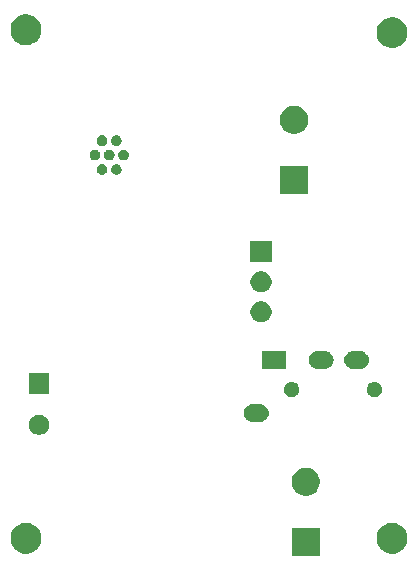
<source format=gbr>
G04 #@! TF.GenerationSoftware,KiCad,Pcbnew,(5.1.6)-1*
G04 #@! TF.CreationDate,2020-12-04T23:27:41-06:00*
G04 #@! TF.ProjectId,AmpOnly,416d704f-6e6c-4792-9e6b-696361645f70,rev?*
G04 #@! TF.SameCoordinates,Original*
G04 #@! TF.FileFunction,Soldermask,Top*
G04 #@! TF.FilePolarity,Negative*
%FSLAX46Y46*%
G04 Gerber Fmt 4.6, Leading zero omitted, Abs format (unit mm)*
G04 Created by KiCad (PCBNEW (5.1.6)-1) date 2020-12-04 23:27:41*
%MOMM*%
%LPD*%
G01*
G04 APERTURE LIST*
%ADD10C,0.100000*%
G04 APERTURE END LIST*
D10*
G36*
X144994000Y-130844000D02*
G01*
X142606000Y-130844000D01*
X142606000Y-128456000D01*
X144994000Y-128456000D01*
X144994000Y-130844000D01*
G37*
G36*
X151479487Y-128098996D02*
G01*
X151716253Y-128197068D01*
X151716255Y-128197069D01*
X151929339Y-128339447D01*
X152110553Y-128520661D01*
X152252932Y-128733747D01*
X152351004Y-128970513D01*
X152401000Y-129221861D01*
X152401000Y-129478139D01*
X152351004Y-129729487D01*
X152252932Y-129966253D01*
X152252931Y-129966255D01*
X152110553Y-130179339D01*
X151929339Y-130360553D01*
X151716255Y-130502931D01*
X151716254Y-130502932D01*
X151716253Y-130502932D01*
X151479487Y-130601004D01*
X151228139Y-130651000D01*
X150971861Y-130651000D01*
X150720513Y-130601004D01*
X150483747Y-130502932D01*
X150483746Y-130502932D01*
X150483745Y-130502931D01*
X150270661Y-130360553D01*
X150089447Y-130179339D01*
X149947069Y-129966255D01*
X149947068Y-129966253D01*
X149848996Y-129729487D01*
X149799000Y-129478139D01*
X149799000Y-129221861D01*
X149848996Y-128970513D01*
X149947068Y-128733747D01*
X150089447Y-128520661D01*
X150270661Y-128339447D01*
X150483745Y-128197069D01*
X150483747Y-128197068D01*
X150720513Y-128098996D01*
X150971861Y-128049000D01*
X151228139Y-128049000D01*
X151479487Y-128098996D01*
G37*
G36*
X120479487Y-128098996D02*
G01*
X120716253Y-128197068D01*
X120716255Y-128197069D01*
X120929339Y-128339447D01*
X121110553Y-128520661D01*
X121252932Y-128733747D01*
X121351004Y-128970513D01*
X121401000Y-129221861D01*
X121401000Y-129478139D01*
X121351004Y-129729487D01*
X121252932Y-129966253D01*
X121252931Y-129966255D01*
X121110553Y-130179339D01*
X120929339Y-130360553D01*
X120716255Y-130502931D01*
X120716254Y-130502932D01*
X120716253Y-130502932D01*
X120479487Y-130601004D01*
X120228139Y-130651000D01*
X119971861Y-130651000D01*
X119720513Y-130601004D01*
X119483747Y-130502932D01*
X119483746Y-130502932D01*
X119483745Y-130502931D01*
X119270661Y-130360553D01*
X119089447Y-130179339D01*
X118947069Y-129966255D01*
X118947068Y-129966253D01*
X118848996Y-129729487D01*
X118799000Y-129478139D01*
X118799000Y-129221861D01*
X118848996Y-128970513D01*
X118947068Y-128733747D01*
X119089447Y-128520661D01*
X119270661Y-128339447D01*
X119483745Y-128197069D01*
X119483747Y-128197068D01*
X119720513Y-128098996D01*
X119971861Y-128049000D01*
X120228139Y-128049000D01*
X120479487Y-128098996D01*
G37*
G36*
X144148276Y-123421884D02*
G01*
X144365569Y-123511890D01*
X144365571Y-123511891D01*
X144561130Y-123642560D01*
X144727440Y-123808870D01*
X144858110Y-124004431D01*
X144948116Y-124221724D01*
X144994000Y-124452400D01*
X144994000Y-124687600D01*
X144948116Y-124918276D01*
X144858110Y-125135569D01*
X144858109Y-125135571D01*
X144727440Y-125331130D01*
X144561130Y-125497440D01*
X144365571Y-125628109D01*
X144365570Y-125628110D01*
X144365569Y-125628110D01*
X144148276Y-125718116D01*
X143917600Y-125764000D01*
X143682400Y-125764000D01*
X143451724Y-125718116D01*
X143234431Y-125628110D01*
X143234430Y-125628110D01*
X143234429Y-125628109D01*
X143038870Y-125497440D01*
X142872560Y-125331130D01*
X142741891Y-125135571D01*
X142741890Y-125135569D01*
X142651884Y-124918276D01*
X142606000Y-124687600D01*
X142606000Y-124452400D01*
X142651884Y-124221724D01*
X142741890Y-124004431D01*
X142872560Y-123808870D01*
X143038870Y-123642560D01*
X143234429Y-123511891D01*
X143234431Y-123511890D01*
X143451724Y-123421884D01*
X143682400Y-123376000D01*
X143917600Y-123376000D01*
X144148276Y-123421884D01*
G37*
G36*
X121448228Y-118931703D02*
G01*
X121603100Y-118995853D01*
X121742481Y-119088985D01*
X121861015Y-119207519D01*
X121954147Y-119346900D01*
X122018297Y-119501772D01*
X122051000Y-119666184D01*
X122051000Y-119833816D01*
X122018297Y-119998228D01*
X121954147Y-120153100D01*
X121861015Y-120292481D01*
X121742481Y-120411015D01*
X121603100Y-120504147D01*
X121448228Y-120568297D01*
X121283816Y-120601000D01*
X121116184Y-120601000D01*
X120951772Y-120568297D01*
X120796900Y-120504147D01*
X120657519Y-120411015D01*
X120538985Y-120292481D01*
X120445853Y-120153100D01*
X120381703Y-119998228D01*
X120349000Y-119833816D01*
X120349000Y-119666184D01*
X120381703Y-119501772D01*
X120445853Y-119346900D01*
X120538985Y-119207519D01*
X120657519Y-119088985D01*
X120796900Y-118995853D01*
X120951772Y-118931703D01*
X121116184Y-118899000D01*
X121283816Y-118899000D01*
X121448228Y-118931703D01*
G37*
G36*
X139973665Y-118002622D02*
G01*
X140047222Y-118009867D01*
X140188786Y-118052810D01*
X140319252Y-118122546D01*
X140349040Y-118146992D01*
X140433607Y-118216393D01*
X140503008Y-118300960D01*
X140527454Y-118330748D01*
X140597190Y-118461214D01*
X140640133Y-118602778D01*
X140654633Y-118750000D01*
X140640133Y-118897222D01*
X140597190Y-119038786D01*
X140527454Y-119169252D01*
X140503008Y-119199040D01*
X140433607Y-119283607D01*
X140349040Y-119353008D01*
X140319252Y-119377454D01*
X140188786Y-119447190D01*
X140047222Y-119490133D01*
X139973665Y-119497378D01*
X139936888Y-119501000D01*
X139263112Y-119501000D01*
X139226335Y-119497378D01*
X139152778Y-119490133D01*
X139011214Y-119447190D01*
X138880748Y-119377454D01*
X138850960Y-119353008D01*
X138766393Y-119283607D01*
X138696992Y-119199040D01*
X138672546Y-119169252D01*
X138602810Y-119038786D01*
X138559867Y-118897222D01*
X138545367Y-118750000D01*
X138559867Y-118602778D01*
X138602810Y-118461214D01*
X138672546Y-118330748D01*
X138696992Y-118300960D01*
X138766393Y-118216393D01*
X138850960Y-118146992D01*
X138880748Y-118122546D01*
X139011214Y-118052810D01*
X139152778Y-118009867D01*
X139226335Y-118002622D01*
X139263112Y-117999000D01*
X139936888Y-117999000D01*
X139973665Y-118002622D01*
G37*
G36*
X149789890Y-116124017D02*
G01*
X149908364Y-116173091D01*
X150014988Y-116244335D01*
X150105665Y-116335012D01*
X150176909Y-116441636D01*
X150225983Y-116560110D01*
X150251000Y-116685882D01*
X150251000Y-116814118D01*
X150225983Y-116939890D01*
X150176909Y-117058364D01*
X150105665Y-117164988D01*
X150014988Y-117255665D01*
X149908364Y-117326909D01*
X149908363Y-117326910D01*
X149908362Y-117326910D01*
X149789890Y-117375983D01*
X149664119Y-117401000D01*
X149535881Y-117401000D01*
X149410110Y-117375983D01*
X149291638Y-117326910D01*
X149291637Y-117326910D01*
X149291636Y-117326909D01*
X149185012Y-117255665D01*
X149094335Y-117164988D01*
X149023091Y-117058364D01*
X148974017Y-116939890D01*
X148949000Y-116814118D01*
X148949000Y-116685882D01*
X148974017Y-116560110D01*
X149023091Y-116441636D01*
X149094335Y-116335012D01*
X149185012Y-116244335D01*
X149291636Y-116173091D01*
X149410110Y-116124017D01*
X149535881Y-116099000D01*
X149664119Y-116099000D01*
X149789890Y-116124017D01*
G37*
G36*
X142789890Y-116124017D02*
G01*
X142908364Y-116173091D01*
X143014988Y-116244335D01*
X143105665Y-116335012D01*
X143176909Y-116441636D01*
X143225983Y-116560110D01*
X143251000Y-116685882D01*
X143251000Y-116814118D01*
X143225983Y-116939890D01*
X143176909Y-117058364D01*
X143105665Y-117164988D01*
X143014988Y-117255665D01*
X142908364Y-117326909D01*
X142908363Y-117326910D01*
X142908362Y-117326910D01*
X142789890Y-117375983D01*
X142664119Y-117401000D01*
X142535881Y-117401000D01*
X142410110Y-117375983D01*
X142291638Y-117326910D01*
X142291637Y-117326910D01*
X142291636Y-117326909D01*
X142185012Y-117255665D01*
X142094335Y-117164988D01*
X142023091Y-117058364D01*
X141974017Y-116939890D01*
X141949000Y-116814118D01*
X141949000Y-116685882D01*
X141974017Y-116560110D01*
X142023091Y-116441636D01*
X142094335Y-116335012D01*
X142185012Y-116244335D01*
X142291636Y-116173091D01*
X142410110Y-116124017D01*
X142535881Y-116099000D01*
X142664119Y-116099000D01*
X142789890Y-116124017D01*
G37*
G36*
X122051000Y-117101000D02*
G01*
X120349000Y-117101000D01*
X120349000Y-115399000D01*
X122051000Y-115399000D01*
X122051000Y-117101000D01*
G37*
G36*
X148473665Y-113502622D02*
G01*
X148547222Y-113509867D01*
X148688786Y-113552810D01*
X148819252Y-113622546D01*
X148849040Y-113646992D01*
X148933607Y-113716393D01*
X149003008Y-113800960D01*
X149027454Y-113830748D01*
X149097190Y-113961214D01*
X149140133Y-114102778D01*
X149154633Y-114250000D01*
X149140133Y-114397222D01*
X149097190Y-114538786D01*
X149027454Y-114669252D01*
X149003008Y-114699040D01*
X148933607Y-114783607D01*
X148849040Y-114853008D01*
X148819252Y-114877454D01*
X148688786Y-114947190D01*
X148547222Y-114990133D01*
X148473665Y-114997378D01*
X148436888Y-115001000D01*
X147763112Y-115001000D01*
X147726335Y-114997378D01*
X147652778Y-114990133D01*
X147511214Y-114947190D01*
X147380748Y-114877454D01*
X147350960Y-114853008D01*
X147266393Y-114783607D01*
X147196992Y-114699040D01*
X147172546Y-114669252D01*
X147102810Y-114538786D01*
X147059867Y-114397222D01*
X147045367Y-114250000D01*
X147059867Y-114102778D01*
X147102810Y-113961214D01*
X147172546Y-113830748D01*
X147196992Y-113800960D01*
X147266393Y-113716393D01*
X147350960Y-113646992D01*
X147380748Y-113622546D01*
X147511214Y-113552810D01*
X147652778Y-113509867D01*
X147726335Y-113502622D01*
X147763112Y-113499000D01*
X148436888Y-113499000D01*
X148473665Y-113502622D01*
G37*
G36*
X145473665Y-113502622D02*
G01*
X145547222Y-113509867D01*
X145688786Y-113552810D01*
X145819252Y-113622546D01*
X145849040Y-113646992D01*
X145933607Y-113716393D01*
X146003008Y-113800960D01*
X146027454Y-113830748D01*
X146097190Y-113961214D01*
X146140133Y-114102778D01*
X146154633Y-114250000D01*
X146140133Y-114397222D01*
X146097190Y-114538786D01*
X146027454Y-114669252D01*
X146003008Y-114699040D01*
X145933607Y-114783607D01*
X145849040Y-114853008D01*
X145819252Y-114877454D01*
X145688786Y-114947190D01*
X145547222Y-114990133D01*
X145473665Y-114997378D01*
X145436888Y-115001000D01*
X144763112Y-115001000D01*
X144726335Y-114997378D01*
X144652778Y-114990133D01*
X144511214Y-114947190D01*
X144380748Y-114877454D01*
X144350960Y-114853008D01*
X144266393Y-114783607D01*
X144196992Y-114699040D01*
X144172546Y-114669252D01*
X144102810Y-114538786D01*
X144059867Y-114397222D01*
X144045367Y-114250000D01*
X144059867Y-114102778D01*
X144102810Y-113961214D01*
X144172546Y-113830748D01*
X144196992Y-113800960D01*
X144266393Y-113716393D01*
X144350960Y-113646992D01*
X144380748Y-113622546D01*
X144511214Y-113552810D01*
X144652778Y-113509867D01*
X144726335Y-113502622D01*
X144763112Y-113499000D01*
X145436888Y-113499000D01*
X145473665Y-113502622D01*
G37*
G36*
X142151000Y-115001000D02*
G01*
X140049000Y-115001000D01*
X140049000Y-113499000D01*
X142151000Y-113499000D01*
X142151000Y-115001000D01*
G37*
G36*
X140113512Y-109283927D02*
G01*
X140262812Y-109313624D01*
X140426784Y-109381544D01*
X140574354Y-109480147D01*
X140699853Y-109605646D01*
X140798456Y-109753216D01*
X140866376Y-109917188D01*
X140901000Y-110091259D01*
X140901000Y-110268741D01*
X140866376Y-110442812D01*
X140798456Y-110606784D01*
X140699853Y-110754354D01*
X140574354Y-110879853D01*
X140426784Y-110978456D01*
X140262812Y-111046376D01*
X140113512Y-111076073D01*
X140088742Y-111081000D01*
X139911258Y-111081000D01*
X139886488Y-111076073D01*
X139737188Y-111046376D01*
X139573216Y-110978456D01*
X139425646Y-110879853D01*
X139300147Y-110754354D01*
X139201544Y-110606784D01*
X139133624Y-110442812D01*
X139099000Y-110268741D01*
X139099000Y-110091259D01*
X139133624Y-109917188D01*
X139201544Y-109753216D01*
X139300147Y-109605646D01*
X139425646Y-109480147D01*
X139573216Y-109381544D01*
X139737188Y-109313624D01*
X139886488Y-109283927D01*
X139911258Y-109279000D01*
X140088742Y-109279000D01*
X140113512Y-109283927D01*
G37*
G36*
X140113512Y-106743927D02*
G01*
X140262812Y-106773624D01*
X140426784Y-106841544D01*
X140574354Y-106940147D01*
X140699853Y-107065646D01*
X140798456Y-107213216D01*
X140866376Y-107377188D01*
X140901000Y-107551259D01*
X140901000Y-107728741D01*
X140866376Y-107902812D01*
X140798456Y-108066784D01*
X140699853Y-108214354D01*
X140574354Y-108339853D01*
X140426784Y-108438456D01*
X140262812Y-108506376D01*
X140113512Y-108536073D01*
X140088742Y-108541000D01*
X139911258Y-108541000D01*
X139886488Y-108536073D01*
X139737188Y-108506376D01*
X139573216Y-108438456D01*
X139425646Y-108339853D01*
X139300147Y-108214354D01*
X139201544Y-108066784D01*
X139133624Y-107902812D01*
X139099000Y-107728741D01*
X139099000Y-107551259D01*
X139133624Y-107377188D01*
X139201544Y-107213216D01*
X139300147Y-107065646D01*
X139425646Y-106940147D01*
X139573216Y-106841544D01*
X139737188Y-106773624D01*
X139886488Y-106743927D01*
X139911258Y-106739000D01*
X140088742Y-106739000D01*
X140113512Y-106743927D01*
G37*
G36*
X140901000Y-106001000D02*
G01*
X139099000Y-106001000D01*
X139099000Y-104199000D01*
X140901000Y-104199000D01*
X140901000Y-106001000D01*
G37*
G36*
X143994000Y-100194000D02*
G01*
X141606000Y-100194000D01*
X141606000Y-97806000D01*
X143994000Y-97806000D01*
X143994000Y-100194000D01*
G37*
G36*
X127887977Y-97679181D02*
G01*
X127970052Y-97713178D01*
X127970054Y-97713179D01*
X128007238Y-97738025D01*
X128043920Y-97762535D01*
X128106740Y-97825355D01*
X128156097Y-97899223D01*
X128190094Y-97981298D01*
X128207425Y-98068429D01*
X128207425Y-98157271D01*
X128190094Y-98244402D01*
X128156097Y-98326477D01*
X128156096Y-98326479D01*
X128106739Y-98400346D01*
X128043921Y-98463164D01*
X127970054Y-98512521D01*
X127970053Y-98512522D01*
X127970052Y-98512522D01*
X127887977Y-98546519D01*
X127800846Y-98563850D01*
X127712004Y-98563850D01*
X127624873Y-98546519D01*
X127542798Y-98512522D01*
X127542797Y-98512522D01*
X127542796Y-98512521D01*
X127468929Y-98463164D01*
X127406111Y-98400346D01*
X127356754Y-98326479D01*
X127356753Y-98326477D01*
X127322756Y-98244402D01*
X127305425Y-98157271D01*
X127305425Y-98068429D01*
X127322756Y-97981298D01*
X127356753Y-97899223D01*
X127406110Y-97825355D01*
X127468930Y-97762535D01*
X127505612Y-97738025D01*
X127542796Y-97713179D01*
X127542798Y-97713178D01*
X127624873Y-97679181D01*
X127712004Y-97661850D01*
X127800846Y-97661850D01*
X127887977Y-97679181D01*
G37*
G36*
X126675127Y-97679181D02*
G01*
X126757202Y-97713178D01*
X126757204Y-97713179D01*
X126794388Y-97738025D01*
X126831070Y-97762535D01*
X126893890Y-97825355D01*
X126943247Y-97899223D01*
X126977244Y-97981298D01*
X126994575Y-98068429D01*
X126994575Y-98157271D01*
X126977244Y-98244402D01*
X126943247Y-98326477D01*
X126943246Y-98326479D01*
X126893889Y-98400346D01*
X126831071Y-98463164D01*
X126757204Y-98512521D01*
X126757203Y-98512522D01*
X126757202Y-98512522D01*
X126675127Y-98546519D01*
X126587996Y-98563850D01*
X126499154Y-98563850D01*
X126412023Y-98546519D01*
X126329948Y-98512522D01*
X126329947Y-98512522D01*
X126329946Y-98512521D01*
X126256079Y-98463164D01*
X126193261Y-98400346D01*
X126143904Y-98326479D01*
X126143903Y-98326477D01*
X126109906Y-98244402D01*
X126092575Y-98157271D01*
X126092575Y-98068429D01*
X126109906Y-97981298D01*
X126143903Y-97899223D01*
X126193260Y-97825355D01*
X126256080Y-97762535D01*
X126292762Y-97738025D01*
X126329946Y-97713179D01*
X126329948Y-97713178D01*
X126412023Y-97679181D01*
X126499154Y-97661850D01*
X126587996Y-97661850D01*
X126675127Y-97679181D01*
G37*
G36*
X127281552Y-96466331D02*
G01*
X127363627Y-96500328D01*
X127363629Y-96500329D01*
X127400813Y-96525175D01*
X127437495Y-96549685D01*
X127500315Y-96612505D01*
X127549672Y-96686373D01*
X127583669Y-96768448D01*
X127601000Y-96855579D01*
X127601000Y-96944421D01*
X127583669Y-97031552D01*
X127549672Y-97113627D01*
X127549671Y-97113629D01*
X127500314Y-97187496D01*
X127437496Y-97250314D01*
X127363629Y-97299671D01*
X127363628Y-97299672D01*
X127363627Y-97299672D01*
X127281552Y-97333669D01*
X127194421Y-97351000D01*
X127105579Y-97351000D01*
X127018448Y-97333669D01*
X126936373Y-97299672D01*
X126936372Y-97299672D01*
X126936371Y-97299671D01*
X126862504Y-97250314D01*
X126799686Y-97187496D01*
X126750329Y-97113629D01*
X126750328Y-97113627D01*
X126716331Y-97031552D01*
X126699000Y-96944421D01*
X126699000Y-96855579D01*
X126716331Y-96768448D01*
X126750328Y-96686373D01*
X126799685Y-96612505D01*
X126862505Y-96549685D01*
X126899187Y-96525175D01*
X126936371Y-96500329D01*
X126936373Y-96500328D01*
X127018448Y-96466331D01*
X127105579Y-96449000D01*
X127194421Y-96449000D01*
X127281552Y-96466331D01*
G37*
G36*
X126068702Y-96466331D02*
G01*
X126150777Y-96500328D01*
X126150779Y-96500329D01*
X126187963Y-96525175D01*
X126224645Y-96549685D01*
X126287465Y-96612505D01*
X126336822Y-96686373D01*
X126370819Y-96768448D01*
X126388150Y-96855579D01*
X126388150Y-96944421D01*
X126370819Y-97031552D01*
X126336822Y-97113627D01*
X126336821Y-97113629D01*
X126287464Y-97187496D01*
X126224646Y-97250314D01*
X126150779Y-97299671D01*
X126150778Y-97299672D01*
X126150777Y-97299672D01*
X126068702Y-97333669D01*
X125981571Y-97351000D01*
X125892729Y-97351000D01*
X125805598Y-97333669D01*
X125723523Y-97299672D01*
X125723522Y-97299672D01*
X125723521Y-97299671D01*
X125649654Y-97250314D01*
X125586836Y-97187496D01*
X125537479Y-97113629D01*
X125537478Y-97113627D01*
X125503481Y-97031552D01*
X125486150Y-96944421D01*
X125486150Y-96855579D01*
X125503481Y-96768448D01*
X125537478Y-96686373D01*
X125586835Y-96612505D01*
X125649655Y-96549685D01*
X125686337Y-96525175D01*
X125723521Y-96500329D01*
X125723523Y-96500328D01*
X125805598Y-96466331D01*
X125892729Y-96449000D01*
X125981571Y-96449000D01*
X126068702Y-96466331D01*
G37*
G36*
X128494402Y-96466331D02*
G01*
X128576477Y-96500328D01*
X128576479Y-96500329D01*
X128613663Y-96525175D01*
X128650345Y-96549685D01*
X128713165Y-96612505D01*
X128762522Y-96686373D01*
X128796519Y-96768448D01*
X128813850Y-96855579D01*
X128813850Y-96944421D01*
X128796519Y-97031552D01*
X128762522Y-97113627D01*
X128762521Y-97113629D01*
X128713164Y-97187496D01*
X128650346Y-97250314D01*
X128576479Y-97299671D01*
X128576478Y-97299672D01*
X128576477Y-97299672D01*
X128494402Y-97333669D01*
X128407271Y-97351000D01*
X128318429Y-97351000D01*
X128231298Y-97333669D01*
X128149223Y-97299672D01*
X128149222Y-97299672D01*
X128149221Y-97299671D01*
X128075354Y-97250314D01*
X128012536Y-97187496D01*
X127963179Y-97113629D01*
X127963178Y-97113627D01*
X127929181Y-97031552D01*
X127911850Y-96944421D01*
X127911850Y-96855579D01*
X127929181Y-96768448D01*
X127963178Y-96686373D01*
X128012535Y-96612505D01*
X128075355Y-96549685D01*
X128112037Y-96525175D01*
X128149221Y-96500329D01*
X128149223Y-96500328D01*
X128231298Y-96466331D01*
X128318429Y-96449000D01*
X128407271Y-96449000D01*
X128494402Y-96466331D01*
G37*
G36*
X127887977Y-95253481D02*
G01*
X127970052Y-95287478D01*
X127970054Y-95287479D01*
X128007238Y-95312325D01*
X128043920Y-95336835D01*
X128106740Y-95399655D01*
X128156097Y-95473523D01*
X128190094Y-95555598D01*
X128207425Y-95642729D01*
X128207425Y-95731571D01*
X128190094Y-95818702D01*
X128156097Y-95900777D01*
X128156096Y-95900779D01*
X128106739Y-95974646D01*
X128043921Y-96037464D01*
X127970054Y-96086821D01*
X127970053Y-96086822D01*
X127970052Y-96086822D01*
X127887977Y-96120819D01*
X127800846Y-96138150D01*
X127712004Y-96138150D01*
X127624873Y-96120819D01*
X127542798Y-96086822D01*
X127542797Y-96086822D01*
X127542796Y-96086821D01*
X127468929Y-96037464D01*
X127406111Y-95974646D01*
X127356754Y-95900779D01*
X127356753Y-95900777D01*
X127322756Y-95818702D01*
X127305425Y-95731571D01*
X127305425Y-95642729D01*
X127322756Y-95555598D01*
X127356753Y-95473523D01*
X127406110Y-95399655D01*
X127468930Y-95336835D01*
X127505612Y-95312325D01*
X127542796Y-95287479D01*
X127542798Y-95287478D01*
X127624873Y-95253481D01*
X127712004Y-95236150D01*
X127800846Y-95236150D01*
X127887977Y-95253481D01*
G37*
G36*
X126675127Y-95253481D02*
G01*
X126757202Y-95287478D01*
X126757204Y-95287479D01*
X126794388Y-95312325D01*
X126831070Y-95336835D01*
X126893890Y-95399655D01*
X126943247Y-95473523D01*
X126977244Y-95555598D01*
X126994575Y-95642729D01*
X126994575Y-95731571D01*
X126977244Y-95818702D01*
X126943247Y-95900777D01*
X126943246Y-95900779D01*
X126893889Y-95974646D01*
X126831071Y-96037464D01*
X126757204Y-96086821D01*
X126757203Y-96086822D01*
X126757202Y-96086822D01*
X126675127Y-96120819D01*
X126587996Y-96138150D01*
X126499154Y-96138150D01*
X126412023Y-96120819D01*
X126329948Y-96086822D01*
X126329947Y-96086822D01*
X126329946Y-96086821D01*
X126256079Y-96037464D01*
X126193261Y-95974646D01*
X126143904Y-95900779D01*
X126143903Y-95900777D01*
X126109906Y-95818702D01*
X126092575Y-95731571D01*
X126092575Y-95642729D01*
X126109906Y-95555598D01*
X126143903Y-95473523D01*
X126193260Y-95399655D01*
X126256080Y-95336835D01*
X126292762Y-95312325D01*
X126329946Y-95287479D01*
X126329948Y-95287478D01*
X126412023Y-95253481D01*
X126499154Y-95236150D01*
X126587996Y-95236150D01*
X126675127Y-95253481D01*
G37*
G36*
X143148276Y-92771884D02*
G01*
X143365569Y-92861890D01*
X143365571Y-92861891D01*
X143561130Y-92992560D01*
X143727440Y-93158870D01*
X143858110Y-93354431D01*
X143948116Y-93571724D01*
X143994000Y-93802400D01*
X143994000Y-94037600D01*
X143948116Y-94268276D01*
X143858110Y-94485569D01*
X143858109Y-94485571D01*
X143727440Y-94681130D01*
X143561130Y-94847440D01*
X143365571Y-94978109D01*
X143365570Y-94978110D01*
X143365569Y-94978110D01*
X143148276Y-95068116D01*
X142917600Y-95114000D01*
X142682400Y-95114000D01*
X142451724Y-95068116D01*
X142234431Y-94978110D01*
X142234430Y-94978110D01*
X142234429Y-94978109D01*
X142038870Y-94847440D01*
X141872560Y-94681130D01*
X141741891Y-94485571D01*
X141741890Y-94485569D01*
X141651884Y-94268276D01*
X141606000Y-94037600D01*
X141606000Y-93802400D01*
X141651884Y-93571724D01*
X141741890Y-93354431D01*
X141872560Y-93158870D01*
X142038870Y-92992560D01*
X142234429Y-92861891D01*
X142234431Y-92861890D01*
X142451724Y-92771884D01*
X142682400Y-92726000D01*
X142917600Y-92726000D01*
X143148276Y-92771884D01*
G37*
G36*
X151479487Y-85298996D02*
G01*
X151716253Y-85397068D01*
X151716255Y-85397069D01*
X151929339Y-85539447D01*
X152110553Y-85720661D01*
X152244090Y-85920513D01*
X152252932Y-85933747D01*
X152351004Y-86170513D01*
X152401000Y-86421861D01*
X152401000Y-86678139D01*
X152351004Y-86929487D01*
X152268222Y-87129339D01*
X152252931Y-87166255D01*
X152110553Y-87379339D01*
X151929339Y-87560553D01*
X151716255Y-87702931D01*
X151716254Y-87702932D01*
X151716253Y-87702932D01*
X151479487Y-87801004D01*
X151228139Y-87851000D01*
X150971861Y-87851000D01*
X150720513Y-87801004D01*
X150483747Y-87702932D01*
X150483746Y-87702932D01*
X150483745Y-87702931D01*
X150270661Y-87560553D01*
X150089447Y-87379339D01*
X149947069Y-87166255D01*
X149931778Y-87129339D01*
X149848996Y-86929487D01*
X149799000Y-86678139D01*
X149799000Y-86421861D01*
X149848996Y-86170513D01*
X149947068Y-85933747D01*
X149955911Y-85920513D01*
X150089447Y-85720661D01*
X150270661Y-85539447D01*
X150483745Y-85397069D01*
X150483747Y-85397068D01*
X150720513Y-85298996D01*
X150971861Y-85249000D01*
X151228139Y-85249000D01*
X151479487Y-85298996D01*
G37*
G36*
X120479487Y-85048996D02*
G01*
X120716253Y-85147068D01*
X120716255Y-85147069D01*
X120868806Y-85249000D01*
X120929339Y-85289447D01*
X121110553Y-85470661D01*
X121252932Y-85683747D01*
X121351004Y-85920513D01*
X121401000Y-86171861D01*
X121401000Y-86428139D01*
X121351004Y-86679487D01*
X121252932Y-86916253D01*
X121252931Y-86916255D01*
X121110553Y-87129339D01*
X120929339Y-87310553D01*
X120716255Y-87452931D01*
X120716254Y-87452932D01*
X120716253Y-87452932D01*
X120479487Y-87551004D01*
X120228139Y-87601000D01*
X119971861Y-87601000D01*
X119720513Y-87551004D01*
X119483747Y-87452932D01*
X119483746Y-87452932D01*
X119483745Y-87452931D01*
X119270661Y-87310553D01*
X119089447Y-87129339D01*
X118947069Y-86916255D01*
X118947068Y-86916253D01*
X118848996Y-86679487D01*
X118799000Y-86428139D01*
X118799000Y-86171861D01*
X118848996Y-85920513D01*
X118947068Y-85683747D01*
X119089447Y-85470661D01*
X119270661Y-85289447D01*
X119331194Y-85249000D01*
X119483745Y-85147069D01*
X119483747Y-85147068D01*
X119720513Y-85048996D01*
X119971861Y-84999000D01*
X120228139Y-84999000D01*
X120479487Y-85048996D01*
G37*
M02*

</source>
